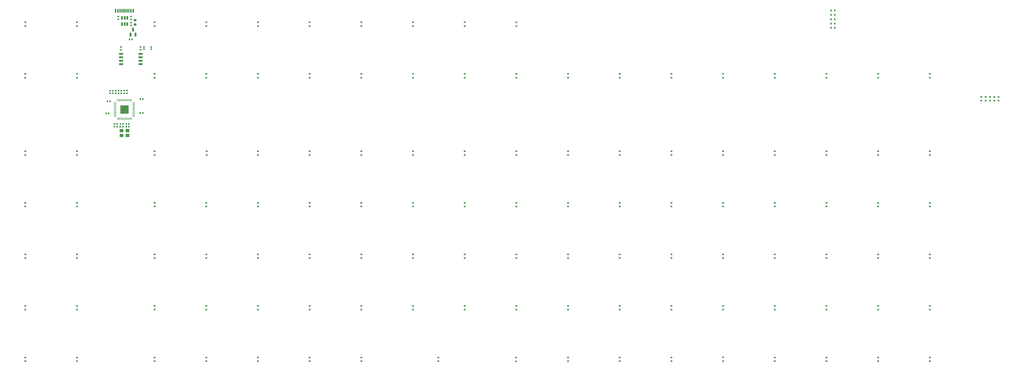
<source format=gbr>
%TF.GenerationSoftware,KiCad,Pcbnew,(6.0.0)*%
%TF.CreationDate,2022-04-29T20:19:50-04:00*%
%TF.ProjectId,TwoTailed,54776f54-6169-46c6-9564-2e6b69636164,rev?*%
%TF.SameCoordinates,Original*%
%TF.FileFunction,Paste,Bot*%
%TF.FilePolarity,Positive*%
%FSLAX46Y46*%
G04 Gerber Fmt 4.6, Leading zero omitted, Abs format (unit mm)*
G04 Created by KiCad (PCBNEW (6.0.0)) date 2022-04-29 20:19:50*
%MOMM*%
%LPD*%
G01*
G04 APERTURE LIST*
G04 Aperture macros list*
%AMRoundRect*
0 Rectangle with rounded corners*
0 $1 Rounding radius*
0 $2 $3 $4 $5 $6 $7 $8 $9 X,Y pos of 4 corners*
0 Add a 4 corners polygon primitive as box body*
4,1,4,$2,$3,$4,$5,$6,$7,$8,$9,$2,$3,0*
0 Add four circle primitives for the rounded corners*
1,1,$1+$1,$2,$3*
1,1,$1+$1,$4,$5*
1,1,$1+$1,$6,$7*
1,1,$1+$1,$8,$9*
0 Add four rect primitives between the rounded corners*
20,1,$1+$1,$2,$3,$4,$5,0*
20,1,$1+$1,$4,$5,$6,$7,0*
20,1,$1+$1,$6,$7,$8,$9,0*
20,1,$1+$1,$8,$9,$2,$3,0*%
G04 Aperture macros list end*
%ADD10C,0.010000*%
%ADD11R,1.400000X1.200000*%
%ADD12RoundRect,0.147500X-0.172500X0.147500X-0.172500X-0.147500X0.172500X-0.147500X0.172500X0.147500X0*%
%ADD13RoundRect,0.147500X0.172500X-0.147500X0.172500X0.147500X-0.172500X0.147500X-0.172500X-0.147500X0*%
%ADD14RoundRect,0.147500X0.147500X0.172500X-0.147500X0.172500X-0.147500X-0.172500X0.147500X-0.172500X0*%
%ADD15R,3.050000X3.050000*%
%ADD16RoundRect,0.050000X0.050000X0.387500X-0.050000X0.387500X-0.050000X-0.387500X0.050000X-0.387500X0*%
%ADD17RoundRect,0.050000X0.387500X0.050000X-0.387500X0.050000X-0.387500X-0.050000X0.387500X-0.050000X0*%
%ADD18RoundRect,0.250000X0.292217X0.292217X-0.292217X0.292217X-0.292217X-0.292217X0.292217X-0.292217X0*%
%ADD19RoundRect,0.147500X-0.147500X-0.172500X0.147500X-0.172500X0.147500X0.172500X-0.147500X0.172500X0*%
%ADD20RoundRect,0.150000X0.650000X0.150000X-0.650000X0.150000X-0.650000X-0.150000X0.650000X-0.150000X0*%
%ADD21R,0.700000X0.600000*%
%ADD22R,0.600000X0.700000*%
%ADD23RoundRect,0.150000X0.150000X-0.512500X0.150000X0.512500X-0.150000X0.512500X-0.150000X-0.512500X0*%
%ADD24RoundRect,0.218750X-0.256250X0.218750X-0.256250X-0.218750X0.256250X-0.218750X0.256250X0.218750X0*%
%ADD25R,0.600000X1.450000*%
%ADD26R,0.300000X1.450000*%
%ADD27RoundRect,0.150000X0.150000X-0.587500X0.150000X0.587500X-0.150000X0.587500X-0.150000X-0.587500X0*%
G04 APERTURE END LIST*
D10*
%TO.C,S1*%
X84410000Y-86230000D02*
X83960000Y-86230000D01*
X83960000Y-86230000D02*
X83960000Y-86680000D01*
X83960000Y-86680000D02*
X84410000Y-86680000D01*
X84410000Y-86680000D02*
X84410000Y-86230000D01*
G36*
X84410000Y-86680000D02*
G01*
X83960000Y-86680000D01*
X83960000Y-86230000D01*
X84410000Y-86230000D01*
X84410000Y-86680000D01*
G37*
X84410000Y-86680000D02*
X83960000Y-86680000D01*
X83960000Y-86230000D01*
X84410000Y-86230000D01*
X84410000Y-86680000D01*
X87060000Y-86230000D02*
X86610000Y-86230000D01*
X86610000Y-86230000D02*
X86610000Y-86680000D01*
X86610000Y-86680000D02*
X87060000Y-86680000D01*
X87060000Y-86680000D02*
X87060000Y-86230000D01*
G36*
X87060000Y-86680000D02*
G01*
X86610000Y-86680000D01*
X86610000Y-86230000D01*
X87060000Y-86230000D01*
X87060000Y-86680000D01*
G37*
X87060000Y-86680000D02*
X86610000Y-86680000D01*
X86610000Y-86230000D01*
X87060000Y-86230000D01*
X87060000Y-86680000D01*
X84410000Y-86980000D02*
X83960000Y-86980000D01*
X83960000Y-86980000D02*
X83960000Y-87430000D01*
X83960000Y-87430000D02*
X84410000Y-87430000D01*
X84410000Y-87430000D02*
X84410000Y-86980000D01*
G36*
X84410000Y-87430000D02*
G01*
X83960000Y-87430000D01*
X83960000Y-86980000D01*
X84410000Y-86980000D01*
X84410000Y-87430000D01*
G37*
X84410000Y-87430000D02*
X83960000Y-87430000D01*
X83960000Y-86980000D01*
X84410000Y-86980000D01*
X84410000Y-87430000D01*
X87060000Y-86980000D02*
X86610000Y-86980000D01*
X86610000Y-86980000D02*
X86610000Y-87430000D01*
X86610000Y-87430000D02*
X87060000Y-87430000D01*
X87060000Y-87430000D02*
X87060000Y-86980000D01*
G36*
X87060000Y-87430000D02*
G01*
X86610000Y-87430000D01*
X86610000Y-86980000D01*
X87060000Y-86980000D01*
X87060000Y-87430000D01*
G37*
X87060000Y-87430000D02*
X86610000Y-87430000D01*
X86610000Y-86980000D01*
X87060000Y-86980000D01*
X87060000Y-87430000D01*
%TD*%
D11*
%TO.C,Y1*%
X78170000Y-119090000D03*
X75970000Y-119090000D03*
X75970000Y-117390000D03*
X78170000Y-117390000D03*
%TD*%
D12*
%TO.C,RD2*%
X74824450Y-103553200D03*
X74824450Y-102583200D03*
%TD*%
%TO.C,RC2*%
X74750000Y-75225000D03*
X74750000Y-76195000D03*
%TD*%
D13*
%TO.C,RC1*%
X79440000Y-76195000D03*
X79440000Y-75225000D03*
%TD*%
D12*
%TO.C,RD1*%
X75870000Y-103545000D03*
X75870000Y-102575000D03*
%TD*%
D14*
%TO.C,C4*%
X70254000Y-110998000D03*
X71224000Y-110998000D03*
%TD*%
D15*
%TO.C,U0*%
X76993750Y-109537500D03*
D16*
X79593750Y-106100000D03*
X79193750Y-106100000D03*
X78793750Y-106100000D03*
X78393750Y-106100000D03*
X77993750Y-106100000D03*
X77593750Y-106100000D03*
X77193750Y-106100000D03*
X76793750Y-106100000D03*
X76393750Y-106100000D03*
X75993750Y-106100000D03*
X75593750Y-106100000D03*
X75193750Y-106100000D03*
X74793750Y-106100000D03*
X74393750Y-106100000D03*
D17*
X73556250Y-106937500D03*
X73556250Y-107337500D03*
X73556250Y-107737500D03*
X73556250Y-108137500D03*
X73556250Y-108537500D03*
X73556250Y-108937500D03*
X73556250Y-109337500D03*
X73556250Y-109737500D03*
X73556250Y-110137500D03*
X73556250Y-110537500D03*
X73556250Y-110937500D03*
X73556250Y-111337500D03*
X73556250Y-111737500D03*
X73556250Y-112137500D03*
D16*
X74393750Y-112975000D03*
X74793750Y-112975000D03*
X75193750Y-112975000D03*
X75593750Y-112975000D03*
X75993750Y-112975000D03*
X76393750Y-112975000D03*
X76793750Y-112975000D03*
X77193750Y-112975000D03*
X77593750Y-112975000D03*
X77993750Y-112975000D03*
X78393750Y-112975000D03*
X78793750Y-112975000D03*
X79193750Y-112975000D03*
X79593750Y-112975000D03*
D17*
X80431250Y-112137500D03*
X80431250Y-111737500D03*
X80431250Y-111337500D03*
X80431250Y-110937500D03*
X80431250Y-110537500D03*
X80431250Y-110137500D03*
X80431250Y-109737500D03*
X80431250Y-109337500D03*
X80431250Y-108937500D03*
X80431250Y-108537500D03*
X80431250Y-108137500D03*
X80431250Y-107737500D03*
X80431250Y-107337500D03*
X80431250Y-106937500D03*
D18*
X76356250Y-110175000D03*
X77631250Y-108900000D03*
X76356250Y-108900000D03*
X77631250Y-110175000D03*
%TD*%
D12*
%TO.C,C2*%
X74360000Y-115885000D03*
X74360000Y-114915000D03*
%TD*%
D13*
%TO.C,C1*%
X73784450Y-102583200D03*
X73784450Y-103553200D03*
%TD*%
D19*
%TO.C,C3*%
X83797000Y-110871000D03*
X82827000Y-110871000D03*
%TD*%
%TO.C,C8*%
X83805000Y-105664000D03*
X82835000Y-105664000D03*
%TD*%
D13*
%TO.C,C6*%
X71703050Y-102583200D03*
X71703050Y-103553200D03*
%TD*%
%TO.C,C7*%
X72744450Y-102583200D03*
X72744450Y-103553200D03*
%TD*%
D19*
%TO.C,RX1*%
X78672550Y-114858800D03*
X77702550Y-114858800D03*
%TD*%
D13*
%TO.C,RF1*%
X82940000Y-87425000D03*
X82940000Y-86455000D03*
%TD*%
D14*
%TO.C,CX1*%
X75467350Y-115951000D03*
X76437350Y-115951000D03*
%TD*%
%TO.C,CX2*%
X77702550Y-115951000D03*
X78672550Y-115951000D03*
%TD*%
D13*
%TO.C,C9*%
X76914650Y-102570400D03*
X76914650Y-103540400D03*
%TD*%
%TO.C,RR1*%
X73320000Y-114915000D03*
X73320000Y-115885000D03*
%TD*%
D20*
%TO.C,U3*%
X82930000Y-88975000D03*
X82930000Y-90245000D03*
X82930000Y-91515000D03*
X82930000Y-92785000D03*
X75730000Y-92785000D03*
X75730000Y-91515000D03*
X75730000Y-90245000D03*
X75730000Y-88975000D03*
%TD*%
D14*
%TO.C,C11*%
X76445000Y-114860000D03*
X75475000Y-114860000D03*
%TD*%
D13*
%TO.C,C10*%
X77956050Y-102570400D03*
X77956050Y-103540400D03*
%TD*%
D14*
%TO.C,C5*%
X71712950Y-106549500D03*
X70742950Y-106549500D03*
%TD*%
D13*
%TO.C,CF1*%
X75740000Y-87435000D03*
X75740000Y-86465000D03*
%TD*%
D21*
%TO.C,D41*%
X278606250Y-126365000D03*
X278606250Y-124965000D03*
%TD*%
%TO.C,D21*%
X240506250Y-97790000D03*
X240506250Y-96390000D03*
%TD*%
%TO.C,D18*%
X183356250Y-97790000D03*
X183356250Y-96390000D03*
%TD*%
%TO.C,D72*%
X183356250Y-164465000D03*
X183356250Y-163065000D03*
%TD*%
%TO.C,D62*%
X335756250Y-145415000D03*
X335756250Y-144015000D03*
%TD*%
%TO.C,D110*%
X240506250Y-202565000D03*
X240506250Y-201165000D03*
%TD*%
D22*
%TO.C,DT2*%
X338837500Y-74612500D03*
X337437500Y-74612500D03*
%TD*%
D21*
%TO.C,D83*%
X40481250Y-183515000D03*
X40481250Y-182115000D03*
%TD*%
%TO.C,D106*%
X145256250Y-202565000D03*
X145256250Y-201165000D03*
%TD*%
%TO.C,D45*%
X354806250Y-126365000D03*
X354806250Y-124965000D03*
%TD*%
%TO.C,D101*%
X40481250Y-202565000D03*
X40481250Y-201165000D03*
%TD*%
%TO.C,D76*%
X259556250Y-164465000D03*
X259556250Y-163065000D03*
%TD*%
%TO.C,D23*%
X278606250Y-97790000D03*
X278606250Y-96390000D03*
%TD*%
%TO.C,D103*%
X88106250Y-202565000D03*
X88106250Y-201165000D03*
%TD*%
%TO.C,D78*%
X297656250Y-164465000D03*
X297656250Y-163065000D03*
%TD*%
%TO.C,D13*%
X88106250Y-97790000D03*
X88106250Y-96390000D03*
%TD*%
%TO.C,D113*%
X297650000Y-202500000D03*
X297650000Y-201100000D03*
%TD*%
%TO.C,D53*%
X164306250Y-145415000D03*
X164306250Y-144015000D03*
%TD*%
%TO.C,D70*%
X145256250Y-164465000D03*
X145256250Y-163065000D03*
%TD*%
%TO.C,D6*%
X145256250Y-78740000D03*
X145256250Y-77340000D03*
%TD*%
%TO.C,D82*%
X373856250Y-164465000D03*
X373856250Y-163065000D03*
%TD*%
%TO.C,D105*%
X126206250Y-202565000D03*
X126206250Y-201165000D03*
%TD*%
%TO.C,D25*%
X316706250Y-97790000D03*
X316706250Y-96390000D03*
%TD*%
%TO.C,D35*%
X164306250Y-126365000D03*
X164306250Y-124965000D03*
%TD*%
%TO.C,D97*%
X316706250Y-183515000D03*
X316706250Y-182115000D03*
%TD*%
%TO.C,D34*%
X145256250Y-126365000D03*
X145256250Y-124965000D03*
%TD*%
%TO.C,D16*%
X145256250Y-97790000D03*
X145256250Y-96390000D03*
%TD*%
%TO.C,D104*%
X107156250Y-202565000D03*
X107156250Y-201165000D03*
%TD*%
%TO.C,D94*%
X259556250Y-183515000D03*
X259556250Y-182115000D03*
%TD*%
%TO.C,D9*%
X202406250Y-78740000D03*
X202406250Y-77340000D03*
%TD*%
%TO.C,D86*%
X107156250Y-183515000D03*
X107156250Y-182115000D03*
%TD*%
D12*
%TO.C,CP1*%
X79502000Y-77493000D03*
X79502000Y-78463000D03*
%TD*%
D21*
%TO.C,D12*%
X59531250Y-97790000D03*
X59531250Y-96390000D03*
%TD*%
%TO.C,D87*%
X126206250Y-183515000D03*
X126206250Y-182115000D03*
%TD*%
%TO.C,D109*%
X221400000Y-202600000D03*
X221400000Y-201200000D03*
%TD*%
%TO.C,D102*%
X59531250Y-202565000D03*
X59531250Y-201165000D03*
%TD*%
%TO.C,D8*%
X183356250Y-78740000D03*
X183356250Y-77340000D03*
%TD*%
%TO.C,DT10*%
X392881100Y-104862100D03*
X392881100Y-106262100D03*
%TD*%
%TO.C,D5*%
X126206250Y-78740000D03*
X126206250Y-77340000D03*
%TD*%
%TO.C,D92*%
X221456250Y-183515000D03*
X221456250Y-182115000D03*
%TD*%
D22*
%TO.C,DT1*%
X338837500Y-73025000D03*
X337437500Y-73025000D03*
%TD*%
D21*
%TO.C,D24*%
X297656250Y-97790000D03*
X297656250Y-96390000D03*
%TD*%
%TO.C,D77*%
X278606250Y-164465000D03*
X278606250Y-163065000D03*
%TD*%
%TO.C,D37*%
X202406250Y-126365000D03*
X202406250Y-124965000D03*
%TD*%
%TO.C,D63*%
X354806250Y-145415000D03*
X354806250Y-144015000D03*
%TD*%
%TO.C,D95*%
X278606250Y-183515000D03*
X278606250Y-182115000D03*
%TD*%
%TO.C,D39*%
X240506250Y-126365000D03*
X240506250Y-124965000D03*
%TD*%
D23*
%TO.C,U2*%
X78039000Y-77972500D03*
X77089000Y-77972500D03*
X76139000Y-77972500D03*
X76139000Y-75697500D03*
X77089000Y-75697500D03*
X78039000Y-75697500D03*
%TD*%
D22*
%TO.C,DT4*%
X338837500Y-77787500D03*
X337437500Y-77787500D03*
%TD*%
D21*
%TO.C,D75*%
X240506250Y-164465000D03*
X240506250Y-163065000D03*
%TD*%
D24*
%TO.C,F1*%
X80962500Y-76555500D03*
X80962500Y-78130500D03*
%TD*%
D21*
%TO.C,DT8*%
X396056100Y-104862100D03*
X396056100Y-106262100D03*
%TD*%
%TO.C,D48*%
X59531250Y-145415000D03*
X59531250Y-144015000D03*
%TD*%
%TO.C,D7*%
X164306250Y-78740000D03*
X164306250Y-77340000D03*
%TD*%
%TO.C,D88*%
X145256250Y-183515000D03*
X145256250Y-182115000D03*
%TD*%
%TO.C,D91*%
X202406250Y-183515000D03*
X202406250Y-182115000D03*
%TD*%
%TO.C,D107*%
X164306250Y-202565000D03*
X164306250Y-201165000D03*
%TD*%
%TO.C,D116*%
X354806250Y-202565000D03*
X354806250Y-201165000D03*
%TD*%
%TO.C,D58*%
X259556250Y-145415000D03*
X259556250Y-144015000D03*
%TD*%
%TO.C,D74*%
X221456250Y-164465000D03*
X221456250Y-163065000D03*
%TD*%
%TO.C,D33*%
X126206250Y-126365000D03*
X126206250Y-124965000D03*
%TD*%
%TO.C,D93*%
X240506250Y-183515000D03*
X240506250Y-182115000D03*
%TD*%
%TO.C,D4*%
X107156250Y-78740000D03*
X107156250Y-77340000D03*
%TD*%
%TO.C,D71*%
X164306250Y-164465000D03*
X164306250Y-163065000D03*
%TD*%
%TO.C,D85*%
X88106250Y-183515000D03*
X88106250Y-182115000D03*
%TD*%
%TO.C,D66*%
X59531250Y-164465000D03*
X59531250Y-163065000D03*
%TD*%
%TO.C,D1*%
X40481250Y-78740000D03*
X40481250Y-77340000D03*
%TD*%
%TO.C,D3*%
X88106250Y-78740000D03*
X88106250Y-77340000D03*
%TD*%
%TO.C,D56*%
X221456250Y-145415000D03*
X221456250Y-144015000D03*
%TD*%
%TO.C,D47*%
X40481250Y-145415000D03*
X40481250Y-144015000D03*
%TD*%
%TO.C,D73*%
X202406250Y-164465000D03*
X202406250Y-163065000D03*
%TD*%
%TO.C,D117*%
X373856250Y-202565000D03*
X373856250Y-201165000D03*
%TD*%
%TO.C,D84*%
X59531250Y-183515000D03*
X59531250Y-182115000D03*
%TD*%
%TO.C,D89*%
X164306250Y-183515000D03*
X164306250Y-182115000D03*
%TD*%
%TO.C,D61*%
X316706250Y-145415000D03*
X316706250Y-144015000D03*
%TD*%
%TO.C,D50*%
X107156250Y-145415000D03*
X107156250Y-144015000D03*
%TD*%
%TO.C,D31*%
X88106250Y-126365000D03*
X88106250Y-124965000D03*
%TD*%
%TO.C,D10*%
X221456250Y-78740000D03*
X221456250Y-77340000D03*
%TD*%
%TO.C,D114*%
X316706250Y-202565000D03*
X316706250Y-201165000D03*
%TD*%
%TO.C,D26*%
X335756250Y-97790000D03*
X335756250Y-96390000D03*
%TD*%
%TO.C,D51*%
X126206250Y-145415000D03*
X126206250Y-144015000D03*
%TD*%
%TO.C,D52*%
X145256250Y-145415000D03*
X145256250Y-144015000D03*
%TD*%
%TO.C,D60*%
X297656250Y-145415000D03*
X297656250Y-144015000D03*
%TD*%
%TO.C,D108*%
X192722200Y-202565000D03*
X192722200Y-201165000D03*
%TD*%
%TO.C,D19*%
X202406250Y-97790000D03*
X202406250Y-96390000D03*
%TD*%
%TO.C,D2*%
X59531250Y-78740000D03*
X59531250Y-77340000D03*
%TD*%
%TO.C,D36*%
X183356250Y-126365000D03*
X183356250Y-124965000D03*
%TD*%
D19*
%TO.C,CP2*%
X78890000Y-83693000D03*
X79860000Y-83693000D03*
%TD*%
D21*
%TO.C,D27*%
X354806250Y-97790000D03*
X354806250Y-96390000D03*
%TD*%
D22*
%TO.C,DT5*%
X338837500Y-79375000D03*
X337437500Y-79375000D03*
%TD*%
D21*
%TO.C,D42*%
X297656250Y-126365000D03*
X297656250Y-124965000D03*
%TD*%
%TO.C,D81*%
X354806250Y-164465000D03*
X354806250Y-163065000D03*
%TD*%
D25*
%TO.C,J1*%
X73743750Y-73101250D03*
X74543750Y-73101250D03*
D26*
X75243750Y-73101250D03*
X76243750Y-73101250D03*
X77743750Y-73101250D03*
X78743750Y-73101250D03*
D25*
X79443750Y-73101250D03*
X80243750Y-73101250D03*
X80243750Y-73101250D03*
X79443750Y-73101250D03*
D26*
X78243750Y-73101250D03*
X77243750Y-73101250D03*
X76743750Y-73101250D03*
X75743750Y-73101250D03*
D25*
X74543750Y-73101250D03*
X73743750Y-73101250D03*
%TD*%
D21*
%TO.C,D79*%
X316706250Y-164465000D03*
X316706250Y-163065000D03*
%TD*%
%TO.C,D65*%
X40481250Y-164465000D03*
X40481250Y-163065000D03*
%TD*%
%TO.C,D64*%
X373856250Y-145415000D03*
X373856250Y-144015000D03*
%TD*%
%TO.C,D100*%
X373856250Y-183515000D03*
X373856250Y-182115000D03*
%TD*%
%TO.C,D46*%
X373856250Y-126365000D03*
X373856250Y-124965000D03*
%TD*%
%TO.C,D111*%
X259556250Y-202565000D03*
X259556250Y-201165000D03*
%TD*%
%TO.C,DT7*%
X397643600Y-104862100D03*
X397643600Y-106262100D03*
%TD*%
%TO.C,D28*%
X373856250Y-97790000D03*
X373856250Y-96390000D03*
%TD*%
%TO.C,D43*%
X316706250Y-126365000D03*
X316706250Y-124965000D03*
%TD*%
%TO.C,D57*%
X240506250Y-145415000D03*
X240506250Y-144015000D03*
%TD*%
%TO.C,D99*%
X354806250Y-183515000D03*
X354806250Y-182115000D03*
%TD*%
%TO.C,D68*%
X107156250Y-164465000D03*
X107156250Y-163065000D03*
%TD*%
%TO.C,D40*%
X259556250Y-126365000D03*
X259556250Y-124965000D03*
%TD*%
%TO.C,D44*%
X335756250Y-126365000D03*
X335756250Y-124965000D03*
%TD*%
%TO.C,D22*%
X259556250Y-97790000D03*
X259556250Y-96390000D03*
%TD*%
D22*
%TO.C,DT3*%
X338837500Y-76200000D03*
X337437500Y-76200000D03*
%TD*%
D21*
%TO.C,DT6*%
X399231100Y-104862100D03*
X399231100Y-106262100D03*
%TD*%
%TO.C,DT9*%
X394468600Y-104862100D03*
X394468600Y-106262100D03*
%TD*%
%TO.C,D54*%
X183356250Y-145415000D03*
X183356250Y-144015000D03*
%TD*%
%TO.C,D115*%
X335756250Y-202565000D03*
X335756250Y-201165000D03*
%TD*%
%TO.C,D55*%
X202406250Y-145415000D03*
X202406250Y-144015000D03*
%TD*%
%TO.C,D11*%
X40481250Y-97790000D03*
X40481250Y-96390000D03*
%TD*%
%TO.C,D14*%
X107156250Y-97790000D03*
X107156250Y-96390000D03*
%TD*%
%TO.C,D49*%
X88106250Y-145415000D03*
X88106250Y-144015000D03*
%TD*%
%TO.C,D96*%
X297656250Y-183515000D03*
X297656250Y-182115000D03*
%TD*%
%TO.C,D59*%
X278606250Y-145415000D03*
X278606250Y-144015000D03*
%TD*%
%TO.C,D98*%
X335756250Y-183515000D03*
X335756250Y-182115000D03*
%TD*%
%TO.C,D112*%
X278606250Y-202565000D03*
X278606250Y-201165000D03*
%TD*%
%TO.C,D67*%
X88106250Y-164465000D03*
X88106250Y-163065000D03*
%TD*%
D27*
%TO.C,U1*%
X81118750Y-81900000D03*
X79218750Y-81900000D03*
X80168750Y-80025000D03*
%TD*%
D21*
%TO.C,D30*%
X59531250Y-126365000D03*
X59531250Y-124965000D03*
%TD*%
%TO.C,D32*%
X107315000Y-126365000D03*
X107315000Y-124965000D03*
%TD*%
%TO.C,D69*%
X126206250Y-164465000D03*
X126206250Y-163065000D03*
%TD*%
%TO.C,D38*%
X221456250Y-126365000D03*
X221456250Y-124965000D03*
%TD*%
%TO.C,D80*%
X335756250Y-164465000D03*
X335756250Y-163065000D03*
%TD*%
%TO.C,D17*%
X164306250Y-97790000D03*
X164306250Y-96390000D03*
%TD*%
%TO.C,D90*%
X183356250Y-183515000D03*
X183356250Y-182115000D03*
%TD*%
%TO.C,D15*%
X126206250Y-97790000D03*
X126206250Y-96390000D03*
%TD*%
%TO.C,D20*%
X221456250Y-97790000D03*
X221456250Y-96390000D03*
%TD*%
%TO.C,D29*%
X40481250Y-126365000D03*
X40481250Y-124965000D03*
%TD*%
M02*

</source>
